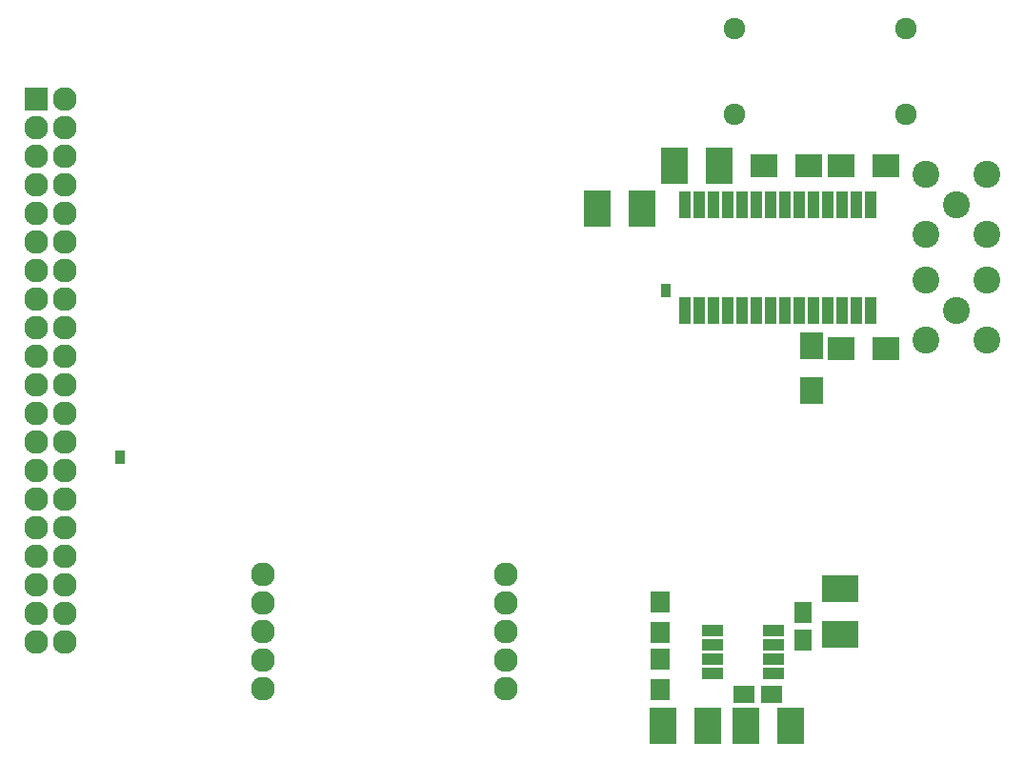
<source format=gts>
G04 #@! TF.GenerationSoftware,KiCad,Pcbnew,(2017-12-02 revision 3109343)-master*
G04 #@! TF.CreationDate,2018-01-05T03:29:25-05:00*
G04 #@! TF.ProjectId,ddc112brd,6464633131326272642E6B696361645F,rev?*
G04 #@! TF.SameCoordinates,Original*
G04 #@! TF.FileFunction,Soldermask,Top*
G04 #@! TF.FilePolarity,Negative*
%FSLAX46Y46*%
G04 Gerber Fmt 4.6, Leading zero omitted, Abs format (unit mm)*
G04 Created by KiCad (PCBNEW (2017-12-02 revision 3109343)-master) date Fri Jan  5 03:29:25 2018*
%MOMM*%
%LPD*%
G01*
G04 APERTURE LIST*
%ADD10C,2.398980*%
%ADD11R,1.000000X2.400000*%
%ADD12R,2.400000X3.194000*%
%ADD13C,1.924000*%
%ADD14R,1.950000X1.000000*%
%ADD15R,2.400000X2.000000*%
%ADD16R,2.000000X2.400000*%
%ADD17R,3.194000X2.400000*%
%ADD18R,1.900000X1.650000*%
%ADD19R,1.650000X1.900000*%
%ADD20O,2.127200X2.127200*%
%ADD21R,2.127200X2.127200*%
%ADD22R,1.700000X1.900000*%
%ADD23R,0.830000X0.680000*%
%ADD24C,2.127200*%
G04 APERTURE END LIST*
D10*
X189865000Y-74041000D03*
X192565020Y-76741020D03*
X192565020Y-71340980D03*
X187164980Y-71340980D03*
X187164980Y-76741020D03*
D11*
X182245000Y-83440000D03*
X180975000Y-83440000D03*
X179705000Y-83440000D03*
X178435000Y-83440000D03*
X177165000Y-83440000D03*
X175895000Y-83440000D03*
X174625000Y-83440000D03*
X173355000Y-83440000D03*
X172085000Y-83440000D03*
X170815000Y-83440000D03*
X169545000Y-83440000D03*
X168275000Y-83440000D03*
X167005000Y-83440000D03*
X165735000Y-83440000D03*
X165735000Y-74040000D03*
X167005000Y-74040000D03*
X168275000Y-74040000D03*
X169545000Y-74040000D03*
X170815000Y-74040000D03*
X172085000Y-74040000D03*
X173355000Y-74040000D03*
X174625000Y-74040000D03*
X175895000Y-74040000D03*
X177165000Y-74040000D03*
X178435000Y-74040000D03*
X179705000Y-74040000D03*
X180975000Y-74040000D03*
X182245000Y-74040000D03*
D12*
X161988000Y-74422000D03*
X157988000Y-74422000D03*
D13*
X170180000Y-66040000D03*
X170180000Y-58420000D03*
X185420000Y-58420000D03*
X185420000Y-66040000D03*
D14*
X173642000Y-111887000D03*
X173642000Y-113157000D03*
X173642000Y-114427000D03*
X173642000Y-115697000D03*
X168242000Y-115697000D03*
X168242000Y-114427000D03*
X168242000Y-113157000D03*
X168242000Y-111887000D03*
D10*
X187164980Y-86139020D03*
X187164980Y-80738980D03*
X192565020Y-80738980D03*
X192565020Y-86139020D03*
X189865000Y-83439000D03*
D12*
X167830000Y-120396000D03*
X163830000Y-120396000D03*
X164846000Y-70612000D03*
X168846000Y-70612000D03*
D15*
X172784000Y-70612000D03*
X176784000Y-70612000D03*
X183610000Y-70612000D03*
X179610000Y-70612000D03*
D12*
X171196000Y-120396000D03*
X175196000Y-120396000D03*
D16*
X177038000Y-86614000D03*
X177038000Y-90614000D03*
D15*
X179610000Y-86868000D03*
X183610000Y-86868000D03*
D17*
X179578000Y-112236000D03*
X179578000Y-108236000D03*
D18*
X170982000Y-117602000D03*
X173482000Y-117602000D03*
D19*
X176276000Y-110276000D03*
X176276000Y-112776000D03*
D20*
X110655001Y-112971500D03*
X108115001Y-112971500D03*
X110655001Y-110431500D03*
X108115001Y-110431500D03*
X110655001Y-107891500D03*
X108115001Y-107891500D03*
X110655001Y-105351500D03*
X108115001Y-105351500D03*
X110655001Y-102811500D03*
X108115001Y-102811500D03*
X110655001Y-100271500D03*
X108115001Y-100271500D03*
X110655001Y-97731500D03*
X108115001Y-97731500D03*
X110655001Y-95191500D03*
X108115001Y-95191500D03*
X110655001Y-92651500D03*
X108115001Y-92651500D03*
X110655001Y-90111500D03*
X108115001Y-90111500D03*
X110655001Y-87571500D03*
X108115001Y-87571500D03*
X110655001Y-85031500D03*
X108115001Y-85031500D03*
X110655001Y-82491500D03*
X108115001Y-82491500D03*
X110655001Y-79951500D03*
X108115001Y-79951500D03*
X110655001Y-77411500D03*
X108115001Y-77411500D03*
X110655001Y-74871500D03*
X108115001Y-74871500D03*
X110655001Y-72331500D03*
X108115001Y-72331500D03*
X110655001Y-69791500D03*
X108115001Y-69791500D03*
X110655001Y-67251500D03*
X108115001Y-67251500D03*
X110655001Y-64711500D03*
D21*
X108115001Y-64711500D03*
D22*
X163576000Y-109394000D03*
X163576000Y-112094000D03*
X163576000Y-117174000D03*
X163576000Y-114474000D03*
D23*
X115570000Y-96260000D03*
X115570000Y-96780000D03*
X164084000Y-81401000D03*
X164084000Y-81921000D03*
D24*
X149860000Y-117094000D03*
X149860000Y-114554000D03*
X149860000Y-112014000D03*
X149860000Y-109474000D03*
X149860000Y-106934000D03*
X128270000Y-114554000D03*
X128270000Y-112014000D03*
X128270000Y-117094000D03*
X128270000Y-109474000D03*
X128270000Y-106934000D03*
M02*

</source>
